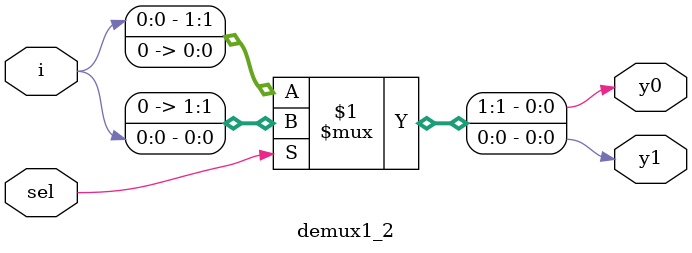
<source format=v>
module demux1_2(
  input sel,i,
  output y0,y1);
  assign{y0,y1}=sel?{1'b0,i}:{i,1'b0};
endmodule

</source>
